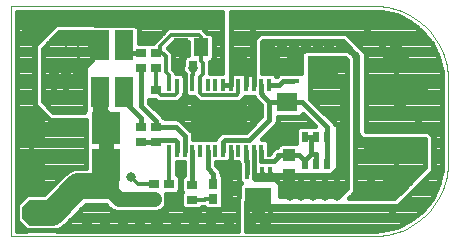
<source format=gtl>
G75*
G70*
%OFA0B0*%
%FSLAX24Y24*%
%IPPOS*%
%LPD*%
%AMOC8*
5,1,8,0,0,1.08239X$1,22.5*
%
%ADD10C,0.0000*%
%ADD11R,0.0354X0.0276*%
%ADD12R,0.0512X0.0591*%
%ADD13R,0.2165X0.0728*%
%ADD14R,0.0709X0.0630*%
%ADD15R,0.0394X0.0433*%
%ADD16R,0.0276X0.0354*%
%ADD17R,0.0945X0.1102*%
%ADD18R,0.0630X0.0709*%
%ADD19R,0.0236X0.0354*%
%ADD20R,0.0177X0.0413*%
%ADD21R,0.1870X0.1079*%
%ADD22R,0.0138X0.0394*%
%ADD23R,0.0650X0.0157*%
%ADD24R,0.0906X0.0709*%
%ADD25R,0.0394X0.0138*%
%ADD26R,0.0157X0.0650*%
%ADD27R,0.0709X0.0906*%
%ADD28R,0.0610X0.1004*%
%ADD29OC8,0.0850*%
%ADD30C,0.0180*%
%ADD31C,0.0120*%
%ADD32C,0.0317*%
%ADD33C,0.0150*%
%ADD34C,0.0500*%
%ADD35C,0.0860*%
%ADD36C,0.0177*%
D10*
X000100Y000101D02*
X000100Y007779D01*
X012203Y007779D01*
X012320Y007776D01*
X012437Y007768D01*
X012554Y007754D01*
X012669Y007734D01*
X012784Y007710D01*
X012897Y007679D01*
X013009Y007643D01*
X013119Y007602D01*
X013227Y007556D01*
X013332Y007505D01*
X013435Y007449D01*
X013535Y007388D01*
X013632Y007322D01*
X013726Y007252D01*
X013817Y007177D01*
X013903Y007098D01*
X013986Y007015D01*
X014065Y006929D01*
X014140Y006838D01*
X014210Y006744D01*
X014276Y006647D01*
X014337Y006547D01*
X014393Y006444D01*
X014444Y006339D01*
X014490Y006231D01*
X014531Y006121D01*
X014567Y006009D01*
X014598Y005896D01*
X014622Y005781D01*
X014642Y005666D01*
X014656Y005549D01*
X014664Y005432D01*
X014667Y005315D01*
X014667Y002566D01*
X014664Y002449D01*
X014656Y002332D01*
X014642Y002215D01*
X014622Y002100D01*
X014598Y001985D01*
X014567Y001872D01*
X014531Y001760D01*
X014490Y001650D01*
X014444Y001542D01*
X014393Y001437D01*
X014337Y001334D01*
X014276Y001234D01*
X014210Y001137D01*
X014140Y001043D01*
X014065Y000952D01*
X013986Y000866D01*
X013903Y000783D01*
X013817Y000704D01*
X013726Y000629D01*
X013632Y000559D01*
X013535Y000493D01*
X013435Y000432D01*
X013332Y000376D01*
X013227Y000325D01*
X013119Y000279D01*
X013009Y000238D01*
X012897Y000202D01*
X012784Y000171D01*
X012669Y000147D01*
X012554Y000127D01*
X012437Y000113D01*
X012320Y000105D01*
X012203Y000102D01*
X012203Y000101D02*
X000100Y000101D01*
D11*
X004874Y001332D03*
X005385Y001332D03*
X006133Y001312D03*
X006133Y001824D03*
X005385Y001844D03*
X004874Y001844D03*
X004923Y003241D03*
X004431Y003241D03*
X004431Y003753D03*
X004923Y003753D03*
X004923Y004472D03*
X004923Y004983D03*
X004923Y005702D03*
X004431Y005702D03*
X004431Y006214D03*
X004923Y006214D03*
D12*
X005769Y006401D03*
X006439Y006401D03*
D13*
X012944Y004993D03*
X012944Y002985D03*
D14*
X009313Y003485D03*
X009313Y004588D03*
D15*
X009362Y002801D03*
X009362Y002132D03*
D16*
X007354Y001853D03*
X006842Y001853D03*
X006842Y001342D03*
X007354Y001342D03*
X006163Y005761D03*
X005651Y005761D03*
D17*
X003259Y003694D03*
X003259Y002464D03*
X000779Y002464D03*
X000779Y003694D03*
D18*
X007673Y005804D03*
X008775Y005804D03*
D19*
X009903Y003412D03*
X010277Y003412D03*
X010651Y003412D03*
X010651Y002507D03*
X010277Y002507D03*
X009903Y002507D03*
D20*
X008702Y002956D03*
X008446Y002956D03*
X008191Y002956D03*
X007935Y002956D03*
X007679Y002956D03*
X007423Y002956D03*
X007167Y002956D03*
X006911Y002956D03*
X006655Y002956D03*
X006399Y002956D03*
X006143Y002956D03*
X005887Y002956D03*
X005631Y002956D03*
X005376Y002956D03*
X005376Y005141D03*
X005631Y005141D03*
X005887Y005141D03*
X006143Y005141D03*
X006399Y005141D03*
X006655Y005141D03*
X006911Y005141D03*
X007167Y005141D03*
X007423Y005141D03*
X007679Y005141D03*
X007935Y005141D03*
X008191Y005141D03*
X008446Y005141D03*
X008702Y005141D03*
D21*
X007039Y004048D03*
D22*
X007954Y002198D03*
X008210Y002198D03*
X008466Y002198D03*
X008722Y002198D03*
X008722Y000899D03*
X008466Y000899D03*
X008210Y000899D03*
X007954Y000899D03*
D23*
X008466Y002040D03*
D24*
X008338Y001375D03*
D25*
X009500Y005288D03*
X009500Y005544D03*
X009500Y005800D03*
X009500Y006056D03*
X010799Y006056D03*
X010799Y005800D03*
X010799Y005544D03*
X010799Y005288D03*
D26*
X009657Y005800D03*
D27*
X010322Y005672D03*
D28*
X003860Y004905D03*
X003053Y004905D03*
X003053Y006460D03*
X003860Y006460D03*
D29*
X000887Y006991D03*
X000887Y000889D03*
X012944Y001873D03*
X012944Y006007D03*
D30*
X012944Y005432D01*
X012944Y004993D01*
X012944Y004479D01*
X013137Y004479D01*
X014177Y003439D01*
X014177Y002383D01*
X014194Y002422D02*
X014469Y002422D01*
X014463Y002311D02*
X014349Y001814D01*
X014128Y001356D01*
X013811Y000958D01*
X013413Y000640D01*
X012954Y000419D01*
X012457Y000306D01*
X012203Y000291D01*
X007935Y000291D01*
X007935Y001243D01*
X008072Y001105D01*
X012974Y001105D01*
X012974Y001086D01*
X013171Y001279D01*
X013190Y001279D01*
X013538Y001627D01*
X013538Y001641D01*
X014194Y002286D01*
X014194Y002550D01*
X014196Y002551D01*
X014196Y003419D01*
X014194Y003421D01*
X014194Y003428D01*
X014017Y003605D01*
X011931Y003605D01*
X011931Y006224D01*
X011281Y006873D01*
X008387Y006873D01*
X008191Y006676D01*
X008191Y005554D01*
X007423Y005554D01*
X007423Y007582D01*
X012325Y007582D01*
X012457Y007574D01*
X012954Y007461D01*
X013413Y007240D01*
X013811Y006923D01*
X014128Y006524D01*
X014349Y006066D01*
X014463Y005569D01*
X014477Y005315D01*
X014477Y002566D01*
X014463Y002311D01*
X014447Y002243D02*
X014151Y002243D01*
X014106Y002212D02*
X012707Y000812D01*
X008722Y000812D01*
X008722Y000899D01*
X008722Y000812D02*
X008722Y000648D01*
X008626Y000552D01*
X008466Y000552D01*
X008466Y000725D01*
X008466Y000899D01*
X008338Y000871D02*
X008338Y000853D01*
X008466Y000725D01*
X008338Y000871D02*
X008269Y000871D01*
X008210Y000812D01*
X008210Y000899D01*
X008210Y000812D02*
X008210Y000725D01*
X008210Y000639D01*
X008124Y000552D01*
X007954Y000552D01*
X007954Y000899D01*
X007935Y000815D02*
X013633Y000815D01*
X013840Y000994D02*
X007935Y000994D01*
X007935Y001172D02*
X008005Y001172D01*
X007656Y001172D02*
X007168Y001172D01*
X007168Y001086D02*
X007168Y001597D01*
X007168Y001598D01*
X007168Y002109D01*
X007121Y002156D01*
X007121Y002236D01*
X007078Y002338D01*
X006934Y002483D01*
X006934Y002561D01*
X007334Y002561D01*
X007423Y002650D01*
X007512Y002561D01*
X007672Y002561D01*
X007691Y002514D01*
X007691Y002146D01*
X007697Y002131D01*
X007697Y001923D01*
X007755Y001865D01*
X007697Y001807D01*
X007697Y001397D01*
X007656Y001299D01*
X007656Y000291D01*
X001636Y000291D01*
X001813Y000365D01*
X001987Y000539D01*
X002592Y001144D01*
X003258Y001144D01*
X003318Y001083D01*
X003442Y000960D01*
X003603Y000893D01*
X004961Y000893D01*
X005122Y000960D01*
X005245Y001083D01*
X005312Y001245D01*
X005312Y001419D01*
X005271Y001517D01*
X005641Y001517D01*
X005751Y001628D01*
X005751Y002059D01*
X005641Y002170D01*
X005634Y002170D01*
X005634Y002561D01*
X005865Y002561D01*
X005865Y002191D01*
X005855Y002167D01*
X005855Y002127D01*
X005768Y002040D01*
X005768Y001608D01*
X005808Y001568D01*
X005768Y001528D01*
X005768Y001096D01*
X005878Y000986D01*
X006389Y000986D01*
X006466Y001064D01*
X006539Y001064D01*
X006626Y000976D01*
X007058Y000976D01*
X007168Y001086D01*
X007076Y000994D02*
X007656Y000994D01*
X007656Y000815D02*
X002264Y000815D01*
X002085Y000637D02*
X007656Y000637D01*
X007935Y000637D02*
X013406Y000637D01*
X013036Y000458D02*
X007935Y000458D01*
X007656Y000458D02*
X001907Y000458D01*
X002442Y000994D02*
X003408Y000994D01*
X004650Y000308D02*
X005385Y001044D01*
X005385Y001332D01*
X005312Y001351D02*
X005768Y001351D01*
X005769Y001529D02*
X005653Y001529D01*
X005751Y001708D02*
X005768Y001708D01*
X005751Y001886D02*
X005768Y001886D01*
X006133Y001824D02*
X006133Y002112D01*
X006143Y002122D01*
X006143Y002599D01*
X006143Y002956D01*
X005887Y002956D02*
X005887Y003079D01*
X005631Y002956D02*
X005631Y003248D01*
X005567Y003313D01*
X004994Y003313D01*
X004923Y003241D01*
X004758Y003241D01*
X004431Y003241D01*
X004431Y003753D02*
X004431Y004041D01*
X003860Y004612D01*
X003860Y004905D01*
X004709Y004657D02*
X004709Y004551D01*
X005062Y004199D01*
X005159Y004102D01*
X005168Y004079D01*
X005178Y004079D01*
X005226Y004031D01*
X005642Y004031D01*
X005744Y003989D01*
X006044Y003689D01*
X006122Y003611D01*
X006164Y003509D01*
X006164Y003351D01*
X006907Y003351D01*
X006931Y003409D01*
X006992Y003470D01*
X007071Y003549D01*
X007173Y003591D01*
X007929Y003591D01*
X008435Y004096D01*
X008435Y004472D01*
X008353Y004554D01*
X008346Y004558D01*
X008314Y004593D01*
X008281Y004626D01*
X008277Y004634D01*
X008244Y004672D01*
X008210Y004705D01*
X008207Y004713D01*
X008202Y004719D01*
X008192Y004746D01*
X007894Y004746D01*
X007889Y004734D01*
X007759Y004603D01*
X007668Y004566D01*
X006417Y004566D01*
X006325Y004603D01*
X006258Y004670D01*
X006258Y004670D01*
X006189Y004740D01*
X006186Y004746D01*
X005977Y004746D01*
X005887Y004835D01*
X005880Y004828D01*
X005880Y004824D01*
X005842Y004733D01*
X005783Y004673D01*
X005713Y004603D01*
X005621Y004566D01*
X005043Y004566D01*
X004951Y004603D01*
X004898Y004657D01*
X004709Y004657D01*
X004709Y004564D02*
X008340Y004564D01*
X008435Y004385D02*
X004875Y004385D01*
X004923Y004472D02*
X005250Y004472D01*
X005887Y004472D01*
X005887Y004115D01*
X005954Y004048D01*
X007039Y004048D01*
X008124Y004048D01*
X008154Y004048D01*
X008367Y004028D02*
X005649Y004028D01*
X005883Y003850D02*
X008188Y003850D01*
X008010Y003671D02*
X006061Y003671D01*
X006164Y003493D02*
X007015Y003493D01*
X007228Y003313D02*
X008044Y003313D01*
X008713Y003981D01*
X008713Y004588D01*
X008517Y004784D01*
X008446Y004863D01*
X008446Y005141D01*
X008191Y005141D02*
X008191Y005498D01*
X007968Y005498D01*
X007968Y005804D01*
X008138Y005804D01*
X008138Y006985D01*
X008345Y007193D01*
X011720Y007193D01*
X012589Y006323D01*
X012589Y006126D01*
X012814Y005958D01*
X012944Y006007D01*
X012814Y005958D02*
X012714Y005958D01*
X011931Y005992D02*
X014366Y005992D01*
X014407Y005813D02*
X011931Y005813D01*
X011931Y005635D02*
X014448Y005635D01*
X014469Y005456D02*
X011931Y005456D01*
X011652Y005456D02*
X011577Y005456D01*
X011577Y005635D02*
X011652Y005635D01*
X011652Y005813D02*
X011577Y005813D01*
X011577Y005992D02*
X011652Y005992D01*
X011577Y006025D02*
X011535Y006127D01*
X011458Y006204D01*
X011380Y006282D01*
X011277Y006325D01*
X010005Y006325D01*
X009978Y006314D01*
X009890Y006314D01*
X009780Y006203D01*
X009780Y005541D01*
X009775Y005546D01*
X009567Y005546D01*
X009552Y005552D01*
X009115Y005552D01*
X009018Y005512D01*
X008956Y005449D01*
X008869Y005536D01*
X008469Y005536D01*
X008469Y006561D01*
X008503Y006595D01*
X011166Y006595D01*
X011652Y006108D01*
X011652Y003550D01*
X011695Y003448D01*
X011773Y003369D01*
X011875Y003327D01*
X013896Y003327D01*
X013899Y003324D01*
X013899Y002398D01*
X013870Y002370D01*
X013870Y002370D01*
X013171Y001670D01*
X012880Y001384D01*
X011382Y001384D01*
X011456Y001458D01*
X011535Y001536D01*
X011577Y001638D01*
X011577Y006025D01*
X011590Y006170D02*
X011492Y006170D01*
X011411Y006349D02*
X008469Y006349D01*
X008469Y006527D02*
X011233Y006527D01*
X011448Y006706D02*
X013984Y006706D01*
X014126Y006527D02*
X011627Y006527D01*
X011805Y006349D02*
X014213Y006349D01*
X014299Y006170D02*
X011931Y006170D01*
X011299Y005970D02*
X011299Y001694D01*
X011045Y001440D01*
X009057Y001440D01*
X009057Y001853D01*
X008899Y002011D01*
X008230Y002011D01*
X008230Y002149D01*
X010828Y002149D01*
X010986Y002306D01*
X010986Y003763D01*
X010061Y004688D01*
X010061Y006046D01*
X011222Y006046D01*
X011299Y005970D01*
X011276Y005992D02*
X010061Y005992D01*
X010061Y005813D02*
X011299Y005813D01*
X011299Y005635D02*
X010061Y005635D01*
X010061Y005456D02*
X011299Y005456D01*
X011299Y005278D02*
X010061Y005278D01*
X010061Y005099D02*
X011299Y005099D01*
X011299Y004921D02*
X010061Y004921D01*
X010061Y004742D02*
X011299Y004742D01*
X011577Y004742D02*
X011652Y004742D01*
X011652Y004921D02*
X011577Y004921D01*
X011577Y005099D02*
X011652Y005099D01*
X011652Y005278D02*
X011577Y005278D01*
X011931Y005278D02*
X014477Y005278D01*
X014477Y005099D02*
X011931Y005099D01*
X011931Y004921D02*
X014477Y004921D01*
X014477Y004742D02*
X011931Y004742D01*
X011931Y004564D02*
X014477Y004564D01*
X014477Y004385D02*
X011931Y004385D01*
X011931Y004207D02*
X014477Y004207D01*
X014477Y004028D02*
X011931Y004028D01*
X011931Y003850D02*
X014477Y003850D01*
X014477Y003671D02*
X011931Y003671D01*
X011652Y003671D02*
X011577Y003671D01*
X011577Y003493D02*
X011676Y003493D01*
X011577Y003314D02*
X013899Y003314D01*
X013899Y003136D02*
X011577Y003136D01*
X011577Y002957D02*
X013899Y002957D01*
X013899Y002779D02*
X011577Y002779D01*
X011299Y002779D02*
X010986Y002779D01*
X010986Y002957D02*
X011299Y002957D01*
X011299Y003136D02*
X010986Y003136D01*
X010986Y003314D02*
X011299Y003314D01*
X011299Y003493D02*
X010986Y003493D01*
X010986Y003671D02*
X011299Y003671D01*
X011299Y003850D02*
X010899Y003850D01*
X010651Y003740D02*
X010651Y003412D01*
X010651Y002507D01*
X010986Y002422D02*
X011299Y002422D01*
X011299Y002600D02*
X010986Y002600D01*
X010923Y002243D02*
X011299Y002243D01*
X011299Y002065D02*
X008230Y002065D01*
X007734Y001886D02*
X007168Y001886D01*
X007354Y001853D02*
X007354Y002181D01*
X007354Y002530D01*
X007423Y002599D01*
X007423Y002956D01*
X007167Y002956D02*
X007167Y003251D01*
X007228Y003313D01*
X006655Y002956D02*
X006655Y002368D01*
X006842Y002181D01*
X006842Y001853D01*
X007168Y001708D02*
X007697Y001708D01*
X007697Y001529D02*
X007168Y001529D01*
X007168Y001598D02*
X007168Y001598D01*
X007168Y001351D02*
X007678Y001351D01*
X007354Y001342D02*
X007354Y001853D01*
X007168Y002065D02*
X007697Y002065D01*
X007691Y002243D02*
X007117Y002243D01*
X006995Y002422D02*
X007691Y002422D01*
X007472Y002600D02*
X007373Y002600D01*
X008446Y002599D02*
X008863Y002599D01*
X009015Y002751D01*
X009015Y002801D01*
X009362Y002801D01*
X009709Y002801D01*
X009839Y002671D01*
X009903Y002671D01*
X009903Y002589D01*
X009903Y002507D01*
X009903Y002589D02*
X009903Y002647D01*
X010090Y002834D01*
X010090Y003412D01*
X009903Y003412D01*
X010090Y003412D02*
X010277Y003412D01*
X010219Y003778D02*
X010099Y003778D01*
X009707Y003778D01*
X009597Y003668D01*
X009597Y003206D01*
X009087Y003206D01*
X008977Y003096D01*
X008977Y003079D01*
X008960Y003079D01*
X008857Y003037D01*
X008779Y002959D01*
X008745Y002877D01*
X008725Y002877D01*
X008725Y003011D01*
X008723Y003015D01*
X008723Y003241D01*
X008613Y003351D01*
X008477Y003351D01*
X008949Y003823D01*
X008991Y003926D01*
X008991Y004084D01*
X009745Y004084D01*
X009829Y004168D01*
X010219Y003778D01*
X010147Y003850D02*
X008960Y003850D01*
X008991Y004028D02*
X009969Y004028D01*
X009600Y003671D02*
X008797Y003671D01*
X008802Y003492D02*
X008753Y003492D01*
X008802Y003492D02*
X008808Y003485D01*
X008808Y003418D01*
X008702Y003313D01*
X008702Y002956D01*
X008725Y002957D02*
X008778Y002957D01*
X008723Y003136D02*
X009017Y003136D01*
X008650Y003314D02*
X009597Y003314D01*
X009597Y003493D02*
X008619Y003493D01*
X008808Y003485D02*
X009313Y003485D01*
X008446Y002956D02*
X008446Y002599D01*
X009024Y001886D02*
X011299Y001886D01*
X011299Y001708D02*
X009057Y001708D01*
X009057Y001529D02*
X011134Y001529D01*
X011528Y001529D02*
X013028Y001529D01*
X013209Y001708D02*
X011577Y001708D01*
X011577Y001886D02*
X013387Y001886D01*
X013606Y001708D02*
X014298Y001708D01*
X014366Y001886D02*
X013788Y001886D01*
X013969Y002065D02*
X014406Y002065D01*
X014107Y002212D02*
X014125Y002232D01*
X014141Y002254D01*
X014154Y002278D01*
X014164Y002303D01*
X014172Y002329D01*
X014176Y002356D01*
X014178Y002383D01*
X014196Y002600D02*
X014477Y002600D01*
X014477Y002779D02*
X014196Y002779D01*
X014196Y002957D02*
X014477Y002957D01*
X014477Y003136D02*
X014196Y003136D01*
X014196Y003314D02*
X014477Y003314D01*
X014477Y003493D02*
X014130Y003493D01*
X012895Y003155D02*
X012944Y002985D01*
X012944Y001873D01*
X013441Y001529D02*
X014212Y001529D01*
X014125Y001351D02*
X013262Y001351D01*
X013062Y001172D02*
X013982Y001172D01*
X013566Y002065D02*
X011577Y002065D01*
X011577Y002243D02*
X013744Y002243D01*
X013899Y002422D02*
X011577Y002422D01*
X011577Y002600D02*
X013899Y002600D01*
X012895Y003155D02*
X012210Y003007D01*
X011652Y003850D02*
X011577Y003850D01*
X011577Y004028D02*
X011652Y004028D01*
X011299Y004028D02*
X010720Y004028D01*
X010542Y004207D02*
X011299Y004207D01*
X011299Y004385D02*
X010363Y004385D01*
X010185Y004564D02*
X011299Y004564D01*
X011577Y004564D02*
X011652Y004564D01*
X011652Y004385D02*
X011577Y004385D01*
X011577Y004207D02*
X011652Y004207D01*
X010651Y003740D02*
X009817Y004574D01*
X009817Y004588D01*
X009313Y004588D01*
X008808Y004588D01*
X008713Y004588D01*
X008194Y004742D02*
X007893Y004742D01*
X007935Y005141D02*
X007935Y005498D01*
X007968Y005498D01*
X008191Y005635D02*
X007423Y005635D01*
X007423Y005554D02*
X007423Y005141D01*
X007167Y005141D01*
X007144Y005536D02*
X006749Y005536D01*
X006749Y005917D01*
X006773Y005917D01*
X006883Y006027D01*
X006883Y006774D01*
X006773Y006884D01*
X006649Y006884D01*
X006649Y006885D01*
X006579Y006955D01*
X006507Y007027D01*
X006416Y007064D01*
X005398Y007064D01*
X005307Y007027D01*
X004861Y006580D01*
X004844Y006540D01*
X004353Y006540D01*
X004353Y007040D01*
X004243Y007150D01*
X003477Y007150D01*
X003456Y007130D01*
X003436Y007150D01*
X002903Y007150D01*
X002852Y007171D01*
X001659Y007171D01*
X001556Y007129D01*
X001005Y006578D01*
X000927Y006499D01*
X000885Y006397D01*
X000885Y004554D01*
X000927Y004452D01*
X001281Y004097D01*
X001360Y004019D01*
X001462Y003977D01*
X002577Y003977D01*
X002599Y003986D01*
X002599Y002381D01*
X002213Y002381D01*
X001986Y002287D01*
X001812Y002113D01*
X001206Y001507D01*
X000764Y001507D01*
X000752Y001502D01*
X000633Y001502D01*
X000549Y001418D01*
X000537Y001413D01*
X000363Y001239D01*
X000358Y001227D01*
X000290Y001159D01*
X000290Y007589D01*
X007144Y007589D01*
X007144Y005536D01*
X007144Y005635D02*
X006749Y005635D01*
X006749Y005813D02*
X007144Y005813D01*
X007144Y005992D02*
X006848Y005992D01*
X006883Y006170D02*
X007144Y006170D01*
X007144Y006349D02*
X006883Y006349D01*
X006883Y006527D02*
X007144Y006527D01*
X007144Y006706D02*
X006883Y006706D01*
X006649Y006884D02*
X007144Y006884D01*
X007144Y007063D02*
X006419Y007063D01*
X007144Y007241D02*
X000290Y007241D01*
X000290Y007063D02*
X001491Y007063D01*
X001312Y006884D02*
X000290Y006884D01*
X000290Y006706D02*
X001134Y006706D01*
X000955Y006527D02*
X000290Y006527D01*
X000290Y006349D02*
X000885Y006349D01*
X000885Y006170D02*
X000290Y006170D01*
X000290Y005992D02*
X000885Y005992D01*
X000885Y005813D02*
X000290Y005813D01*
X000290Y005635D02*
X000885Y005635D01*
X000885Y005456D02*
X000290Y005456D01*
X000290Y005278D02*
X000885Y005278D01*
X000885Y005099D02*
X000290Y005099D01*
X000290Y004921D02*
X000885Y004921D01*
X000885Y004742D02*
X000290Y004742D01*
X000290Y004564D02*
X000885Y004564D01*
X000993Y004385D02*
X000290Y004385D01*
X000290Y004207D02*
X001172Y004207D01*
X000887Y004149D02*
X000779Y004041D01*
X000779Y003694D01*
X000779Y002464D01*
X000779Y001762D01*
X000299Y001283D01*
X000299Y000578D01*
X000569Y000308D01*
X004650Y000308D01*
X005156Y000994D02*
X005870Y000994D01*
X005768Y001172D02*
X005282Y001172D01*
X005385Y001044D02*
X005415Y001014D01*
X007354Y001014D01*
X007354Y001342D01*
X006608Y000994D02*
X006397Y000994D01*
X008338Y000871D02*
X008338Y001375D01*
X010277Y002507D02*
X010277Y002834D01*
X010090Y002834D01*
X008435Y004207D02*
X005053Y004207D01*
X004826Y004041D02*
X004431Y004436D01*
X004431Y005702D01*
X004431Y006214D02*
X004104Y006214D01*
X004104Y006216D01*
X003860Y006460D01*
X004353Y006706D02*
X004987Y006706D01*
X005165Y006884D02*
X004353Y006884D01*
X004330Y007063D02*
X005395Y007063D01*
X005551Y006568D02*
X005994Y006568D01*
X005994Y006126D01*
X005947Y006126D01*
X005837Y006016D01*
X005837Y005853D01*
X005810Y005789D01*
X005810Y005651D01*
X005837Y005588D01*
X005837Y005506D01*
X005892Y005451D01*
X005887Y005447D01*
X005798Y005536D01*
X005616Y005536D01*
X005586Y005608D01*
X005508Y005687D01*
X005508Y006143D01*
X005470Y006235D01*
X005400Y006305D01*
X005344Y006361D01*
X005551Y006568D01*
X005511Y006527D02*
X005994Y006527D01*
X005769Y006401D02*
X005769Y005955D01*
X005651Y005837D01*
X005651Y005761D01*
X005651Y005734D01*
X005887Y005498D01*
X005887Y005141D01*
X005887Y004472D01*
X005846Y004742D02*
X006188Y004742D01*
X005886Y005456D02*
X005878Y005456D01*
X005817Y005635D02*
X005560Y005635D01*
X005508Y005813D02*
X005821Y005813D01*
X005837Y005992D02*
X005508Y005992D01*
X005497Y006170D02*
X005994Y006170D01*
X005994Y006349D02*
X005356Y006349D01*
X007144Y007420D02*
X000290Y007420D01*
X000887Y006991D02*
X000887Y004149D01*
X001350Y004028D02*
X000290Y004028D01*
X000290Y003850D02*
X002599Y003850D01*
X002599Y003671D02*
X000290Y003671D01*
X000290Y003493D02*
X002599Y003493D01*
X002599Y003314D02*
X000290Y003314D01*
X000290Y003136D02*
X002599Y003136D01*
X002599Y002957D02*
X000290Y002957D01*
X000290Y002779D02*
X002599Y002779D01*
X002599Y002600D02*
X000290Y002600D01*
X000290Y002422D02*
X002599Y002422D01*
X001942Y002243D02*
X000290Y002243D01*
X000290Y002065D02*
X001764Y002065D01*
X001585Y001886D02*
X000290Y001886D01*
X000290Y001708D02*
X001407Y001708D01*
X001228Y001529D02*
X000290Y001529D01*
X000290Y001351D02*
X000475Y001351D01*
X000303Y001172D02*
X000290Y001172D01*
X000290Y000619D02*
X000358Y000551D01*
X000363Y000539D01*
X000537Y000365D01*
X000549Y000360D01*
X000617Y000291D01*
X000290Y000291D01*
X000290Y000619D01*
X000290Y000458D02*
X000443Y000458D01*
X005634Y002243D02*
X005865Y002243D01*
X005865Y002422D02*
X005634Y002422D01*
X005745Y002065D02*
X005793Y002065D01*
X005886Y003280D02*
X005886Y003453D01*
X005586Y003753D01*
X005250Y003753D01*
X004923Y003753D01*
X004923Y003944D01*
X004826Y004041D01*
X003259Y004046D02*
X003259Y003694D01*
X002561Y004294D02*
X002521Y004255D01*
X001517Y004255D01*
X001163Y004609D01*
X001163Y006342D01*
X001714Y006893D01*
X002797Y006893D01*
X002797Y005987D01*
X002561Y005751D01*
X002561Y004294D01*
X002561Y004385D02*
X001387Y004385D01*
X001208Y004564D02*
X002561Y004564D01*
X002561Y004742D02*
X001163Y004742D01*
X001163Y004921D02*
X002561Y004921D01*
X002561Y005099D02*
X001163Y005099D01*
X001163Y005278D02*
X002561Y005278D01*
X002561Y005456D02*
X001163Y005456D01*
X001163Y005635D02*
X002561Y005635D01*
X002623Y005813D02*
X001163Y005813D01*
X001163Y005992D02*
X002797Y005992D01*
X002797Y006170D02*
X001163Y006170D01*
X001170Y006349D02*
X002797Y006349D01*
X002671Y006339D02*
X002324Y006155D01*
X002324Y006286D01*
X002324Y006286D01*
X002671Y006339D02*
X003053Y006339D01*
X003053Y006460D01*
X002797Y006527D02*
X001349Y006527D01*
X001527Y006706D02*
X002797Y006706D01*
X002797Y006884D02*
X001706Y006884D01*
X007423Y006884D02*
X013841Y006884D01*
X013635Y007063D02*
X007423Y007063D01*
X007423Y007241D02*
X013410Y007241D01*
X013039Y007420D02*
X007423Y007420D01*
X007423Y006706D02*
X008220Y006706D01*
X008191Y006527D02*
X007423Y006527D01*
X007423Y006349D02*
X008191Y006349D01*
X008191Y006170D02*
X007423Y006170D01*
X007423Y005992D02*
X008191Y005992D01*
X008191Y005813D02*
X007423Y005813D01*
X007673Y005804D02*
X007423Y005554D01*
X007673Y005804D02*
X007968Y005804D01*
X008469Y005813D02*
X009780Y005813D01*
X009657Y005800D02*
X009500Y005800D01*
X009500Y005804D01*
X009240Y005804D01*
X008775Y005804D01*
X008469Y005635D02*
X009780Y005635D01*
X009500Y005544D02*
X009500Y005800D01*
X009500Y005804D02*
X009500Y006056D01*
X009780Y005992D02*
X008469Y005992D01*
X008469Y006170D02*
X009780Y006170D01*
X008963Y005456D02*
X008948Y005456D01*
D31*
X007679Y005141D02*
X007679Y004874D01*
X007619Y004814D01*
X006466Y004814D01*
X006399Y004881D01*
X006399Y005141D01*
X006399Y005403D01*
X006464Y005468D01*
X006500Y005504D01*
X006500Y005887D01*
X006439Y005949D01*
X006439Y006401D01*
X006439Y006744D01*
X006367Y006816D01*
X005448Y006816D01*
X005071Y006440D01*
X005071Y006214D01*
X004923Y006214D01*
X005071Y006214D02*
X005140Y006214D01*
X005259Y006094D01*
X005259Y005584D01*
X005376Y005468D01*
X005376Y005141D01*
X005631Y005141D02*
X005631Y004874D01*
X005572Y004814D01*
X005092Y004814D01*
X004923Y004983D01*
X004923Y005444D01*
X004923Y005702D01*
X006157Y005720D02*
X006163Y005720D01*
X006163Y005761D01*
X006163Y005720D02*
X006163Y005487D01*
X006143Y005468D01*
X006143Y005141D01*
X005376Y002956D02*
X005376Y002629D01*
X005385Y002619D01*
X005385Y001844D01*
X004874Y001844D02*
X004333Y001844D01*
X004102Y002075D01*
X006133Y001312D02*
X006555Y001312D01*
X006584Y001342D01*
X006842Y001342D01*
D32*
X006776Y000505D03*
X006186Y000505D03*
X005595Y000505D03*
X005005Y000505D03*
X004414Y000505D03*
X003824Y000505D03*
X003233Y000505D03*
X002642Y000505D03*
X004102Y002075D03*
X006973Y003655D03*
X007367Y003655D03*
X007761Y003655D03*
X007761Y004048D03*
X008154Y004048D03*
X008154Y004442D03*
X007761Y004442D03*
X007367Y004442D03*
X006973Y004442D03*
X006973Y004048D03*
X007367Y004048D03*
X008753Y003492D03*
X011162Y002614D03*
X011162Y002221D03*
X010966Y001827D03*
X010572Y001827D03*
X010178Y001827D03*
X009785Y001827D03*
X009391Y001827D03*
X009391Y001433D03*
X009785Y001433D03*
X010178Y001433D03*
X010572Y001433D03*
X010966Y001433D03*
X011698Y001489D03*
X012091Y001489D03*
X012091Y001883D03*
X012091Y002277D03*
X007367Y000505D03*
X001930Y004711D03*
X001536Y004711D03*
X001536Y005105D03*
X001930Y005105D03*
X001930Y005498D03*
X002324Y005498D03*
X002324Y005892D03*
X001930Y005892D03*
X001536Y005892D03*
X001536Y005498D03*
X001930Y006286D03*
X002324Y006286D03*
X002717Y006286D03*
X003111Y006483D03*
X003036Y007395D03*
X002446Y007395D03*
X001855Y007395D03*
X003627Y007395D03*
X004217Y007395D03*
X004808Y007395D03*
X005398Y007395D03*
X005989Y007395D03*
X006579Y007395D03*
X008745Y006411D03*
X009139Y006411D03*
X009532Y006411D03*
X009926Y006411D03*
X010320Y006411D03*
X010713Y006411D03*
X011107Y006411D03*
X006157Y005720D03*
D33*
X008702Y005141D02*
X009020Y005141D01*
X009168Y005288D01*
X009500Y005288D01*
X010322Y005672D02*
X010339Y005672D01*
X010467Y005800D01*
X010799Y005800D01*
X010799Y006056D01*
X010339Y005672D02*
X010467Y005544D01*
X010633Y005544D01*
X010799Y005544D01*
X010633Y005544D02*
X010597Y005544D01*
X010467Y005415D01*
X010467Y005288D01*
X010799Y005288D01*
X011131Y005288D01*
X011131Y002480D01*
X010783Y002132D01*
X010178Y002132D01*
X010178Y001433D01*
X010178Y002132D02*
X009362Y002132D01*
X008722Y002132D01*
X008722Y002198D01*
X008722Y002132D02*
X008722Y002032D01*
X008475Y002032D01*
X008466Y002040D01*
X008466Y002198D01*
X008466Y002040D02*
X008325Y002037D01*
X008210Y002037D01*
X008210Y002198D01*
X008210Y002530D01*
X008191Y002549D01*
X008191Y002956D01*
X007935Y002956D02*
X007935Y002614D01*
X007954Y002594D01*
X007954Y002198D01*
D34*
X004874Y001332D02*
X003690Y001332D01*
X003259Y001762D01*
X003259Y002464D02*
X003259Y003694D01*
X003259Y004046D02*
X003053Y004253D01*
X003053Y004905D01*
D35*
X003259Y002464D02*
X003259Y001762D01*
X002336Y001762D01*
X001462Y000889D01*
X000887Y000889D01*
D36*
X005887Y003079D02*
X005886Y003097D01*
X005886Y003280D01*
M02*

</source>
